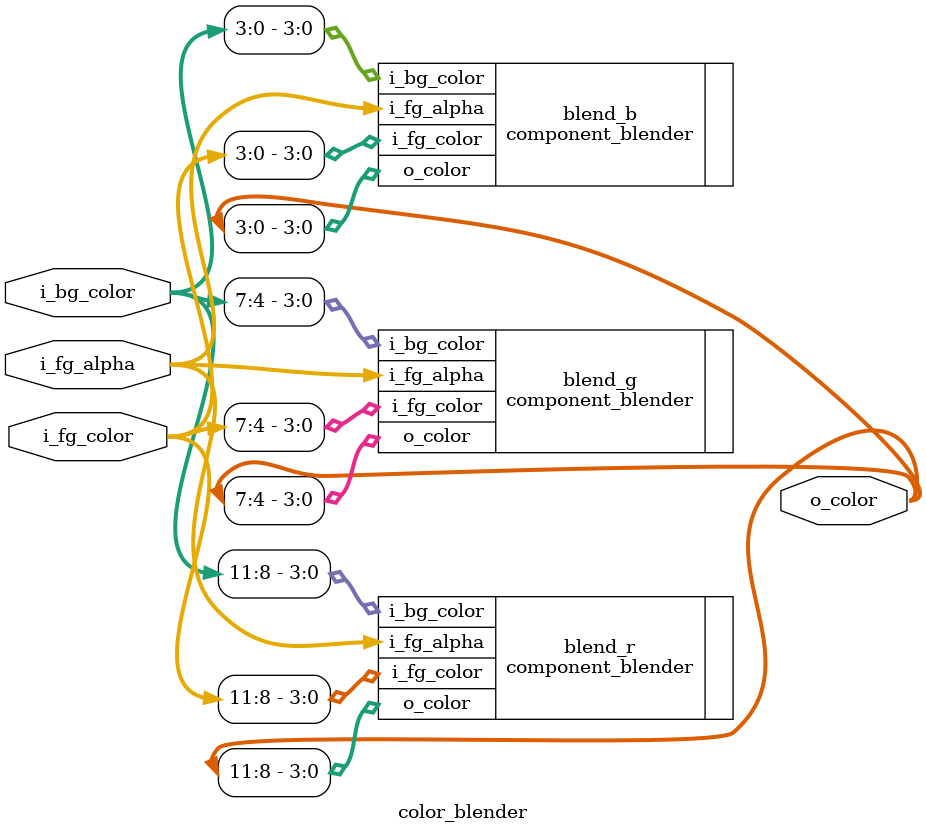
<source format=v>
/*
 * color_blender.v
 *
 * This module blends the individual color components (red, green, and blue)
 * of a background color and a foreground color, using the given alpha code,
 * and outputs the resulting color.
 *
 * Copyright (C) 2024 Curtis Whitley
 * License: APACHE
 */

`default_nettype none

module color_blender (
	input wire [11:0] i_bg_color,
	input wire [11:0] i_fg_color,
	input wire [2:0] i_fg_alpha,
	output wire [11:0] o_color
);

component_blender blend_r (
	.i_bg_color(i_bg_color[11:8]),
	.i_fg_color(i_fg_color[11:8]),
	.i_fg_alpha(i_fg_alpha),
	.o_color(o_color[11:8])
);

component_blender blend_g (
	.i_bg_color(i_bg_color[7:4]),
	.i_fg_color(i_fg_color[7:4]),
	.i_fg_alpha(i_fg_alpha),
	.o_color(o_color[7:4])
);

component_blender blend_b (
	.i_bg_color(i_bg_color[3:0]),
	.i_fg_color(i_fg_color[3:0]),
	.i_fg_alpha(i_fg_alpha),
	.o_color(o_color[3:0])
);

endmodule

</source>
